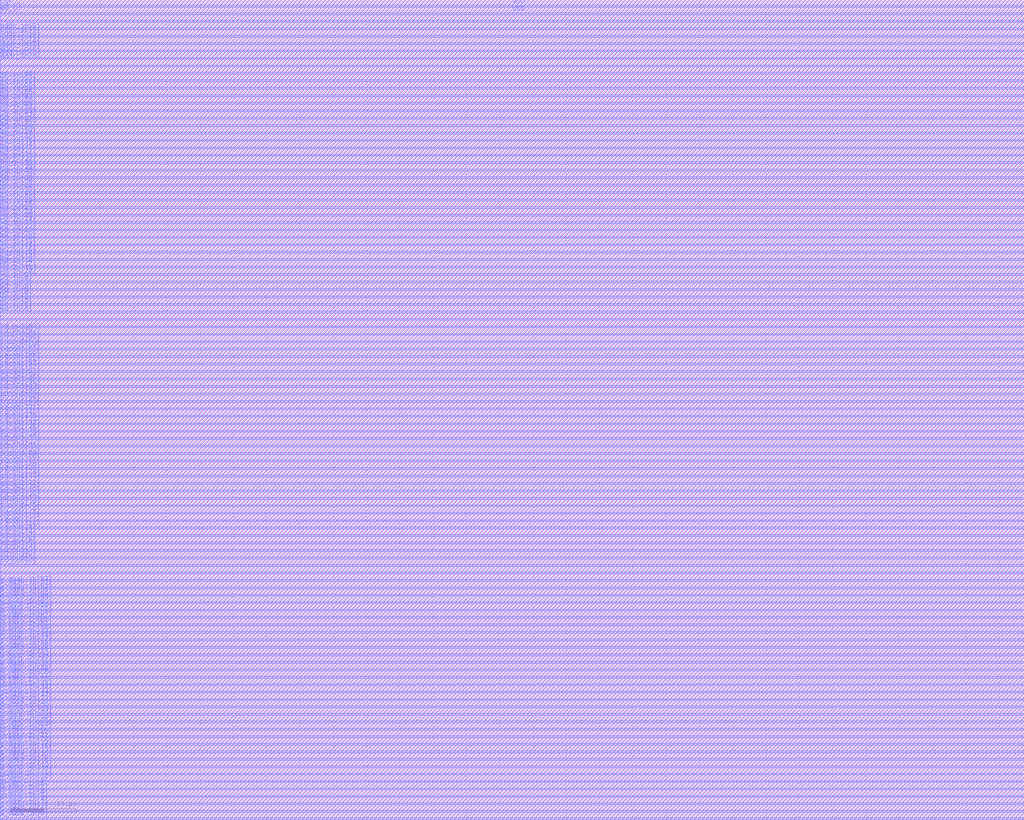
<source format=lef>
# Generated by FakeRAM 2.0
VERSION 5.7 ;
BUSBITCHARS "[]" ;
PROPERTYDEFINITIONS
  MACRO width INTEGER ;
  MACRO depth INTEGER ;
  MACRO banks INTEGER ;
END PROPERTYDEFINITIONS
MACRO fakeram45_512x64
  PROPERTY width 64 ;
  PROPERTY depth 512 ;
  PROPERTY banks 4 ;
  FOREIGN fakeram45_512x64 0 0 ;
  SYMMETRY X Y R90 ;
  SIZE 153.720 BY 123.200 ;
  CLASS BLOCK ;
  PIN w_mask_in[0]
    DIRECTION INPUT ;
    USE SIGNAL ;
    SHAPE ABUTMENT ;
    PORT
      LAYER metal3 ;
      RECT 0.000 0.140 0.070 0.210 ;
    END
  END w_mask_in[0]
  PIN w_mask_in[1]
    DIRECTION INPUT ;
    USE SIGNAL ;
    SHAPE ABUTMENT ;
    PORT
      LAYER metal3 ;
      RECT 0.000 0.700 0.070 0.770 ;
    END
  END w_mask_in[1]
  PIN w_mask_in[2]
    DIRECTION INPUT ;
    USE SIGNAL ;
    SHAPE ABUTMENT ;
    PORT
      LAYER metal3 ;
      RECT 0.000 1.260 0.070 1.330 ;
    END
  END w_mask_in[2]
  PIN w_mask_in[3]
    DIRECTION INPUT ;
    USE SIGNAL ;
    SHAPE ABUTMENT ;
    PORT
      LAYER metal3 ;
      RECT 0.000 1.820 0.070 1.890 ;
    END
  END w_mask_in[3]
  PIN w_mask_in[4]
    DIRECTION INPUT ;
    USE SIGNAL ;
    SHAPE ABUTMENT ;
    PORT
      LAYER metal3 ;
      RECT 0.000 2.380 0.070 2.450 ;
    END
  END w_mask_in[4]
  PIN w_mask_in[5]
    DIRECTION INPUT ;
    USE SIGNAL ;
    SHAPE ABUTMENT ;
    PORT
      LAYER metal3 ;
      RECT 0.000 2.940 0.070 3.010 ;
    END
  END w_mask_in[5]
  PIN w_mask_in[6]
    DIRECTION INPUT ;
    USE SIGNAL ;
    SHAPE ABUTMENT ;
    PORT
      LAYER metal3 ;
      RECT 0.000 3.500 0.070 3.570 ;
    END
  END w_mask_in[6]
  PIN w_mask_in[7]
    DIRECTION INPUT ;
    USE SIGNAL ;
    SHAPE ABUTMENT ;
    PORT
      LAYER metal3 ;
      RECT 0.000 4.060 0.070 4.130 ;
    END
  END w_mask_in[7]
  PIN w_mask_in[8]
    DIRECTION INPUT ;
    USE SIGNAL ;
    SHAPE ABUTMENT ;
    PORT
      LAYER metal3 ;
      RECT 0.000 4.620 0.070 4.690 ;
    END
  END w_mask_in[8]
  PIN w_mask_in[9]
    DIRECTION INPUT ;
    USE SIGNAL ;
    SHAPE ABUTMENT ;
    PORT
      LAYER metal3 ;
      RECT 0.000 5.180 0.070 5.250 ;
    END
  END w_mask_in[9]
  PIN w_mask_in[10]
    DIRECTION INPUT ;
    USE SIGNAL ;
    SHAPE ABUTMENT ;
    PORT
      LAYER metal3 ;
      RECT 0.000 5.740 0.070 5.810 ;
    END
  END w_mask_in[10]
  PIN w_mask_in[11]
    DIRECTION INPUT ;
    USE SIGNAL ;
    SHAPE ABUTMENT ;
    PORT
      LAYER metal3 ;
      RECT 0.000 6.300 0.070 6.370 ;
    END
  END w_mask_in[11]
  PIN w_mask_in[12]
    DIRECTION INPUT ;
    USE SIGNAL ;
    SHAPE ABUTMENT ;
    PORT
      LAYER metal3 ;
      RECT 0.000 6.860 0.070 6.930 ;
    END
  END w_mask_in[12]
  PIN w_mask_in[13]
    DIRECTION INPUT ;
    USE SIGNAL ;
    SHAPE ABUTMENT ;
    PORT
      LAYER metal3 ;
      RECT 0.000 7.420 0.070 7.490 ;
    END
  END w_mask_in[13]
  PIN w_mask_in[14]
    DIRECTION INPUT ;
    USE SIGNAL ;
    SHAPE ABUTMENT ;
    PORT
      LAYER metal3 ;
      RECT 0.000 7.980 0.070 8.050 ;
    END
  END w_mask_in[14]
  PIN w_mask_in[15]
    DIRECTION INPUT ;
    USE SIGNAL ;
    SHAPE ABUTMENT ;
    PORT
      LAYER metal3 ;
      RECT 0.000 8.540 0.070 8.610 ;
    END
  END w_mask_in[15]
  PIN w_mask_in[16]
    DIRECTION INPUT ;
    USE SIGNAL ;
    SHAPE ABUTMENT ;
    PORT
      LAYER metal3 ;
      RECT 0.000 9.100 0.070 9.170 ;
    END
  END w_mask_in[16]
  PIN w_mask_in[17]
    DIRECTION INPUT ;
    USE SIGNAL ;
    SHAPE ABUTMENT ;
    PORT
      LAYER metal3 ;
      RECT 0.000 9.660 0.070 9.730 ;
    END
  END w_mask_in[17]
  PIN w_mask_in[18]
    DIRECTION INPUT ;
    USE SIGNAL ;
    SHAPE ABUTMENT ;
    PORT
      LAYER metal3 ;
      RECT 0.000 10.220 0.070 10.290 ;
    END
  END w_mask_in[18]
  PIN w_mask_in[19]
    DIRECTION INPUT ;
    USE SIGNAL ;
    SHAPE ABUTMENT ;
    PORT
      LAYER metal3 ;
      RECT 0.000 10.780 0.070 10.850 ;
    END
  END w_mask_in[19]
  PIN w_mask_in[20]
    DIRECTION INPUT ;
    USE SIGNAL ;
    SHAPE ABUTMENT ;
    PORT
      LAYER metal3 ;
      RECT 0.000 11.340 0.070 11.410 ;
    END
  END w_mask_in[20]
  PIN w_mask_in[21]
    DIRECTION INPUT ;
    USE SIGNAL ;
    SHAPE ABUTMENT ;
    PORT
      LAYER metal3 ;
      RECT 0.000 11.900 0.070 11.970 ;
    END
  END w_mask_in[21]
  PIN w_mask_in[22]
    DIRECTION INPUT ;
    USE SIGNAL ;
    SHAPE ABUTMENT ;
    PORT
      LAYER metal3 ;
      RECT 0.000 12.460 0.070 12.530 ;
    END
  END w_mask_in[22]
  PIN w_mask_in[23]
    DIRECTION INPUT ;
    USE SIGNAL ;
    SHAPE ABUTMENT ;
    PORT
      LAYER metal3 ;
      RECT 0.000 13.020 0.070 13.090 ;
    END
  END w_mask_in[23]
  PIN w_mask_in[24]
    DIRECTION INPUT ;
    USE SIGNAL ;
    SHAPE ABUTMENT ;
    PORT
      LAYER metal3 ;
      RECT 0.000 13.580 0.070 13.650 ;
    END
  END w_mask_in[24]
  PIN w_mask_in[25]
    DIRECTION INPUT ;
    USE SIGNAL ;
    SHAPE ABUTMENT ;
    PORT
      LAYER metal3 ;
      RECT 0.000 14.140 0.070 14.210 ;
    END
  END w_mask_in[25]
  PIN w_mask_in[26]
    DIRECTION INPUT ;
    USE SIGNAL ;
    SHAPE ABUTMENT ;
    PORT
      LAYER metal3 ;
      RECT 0.000 14.700 0.070 14.770 ;
    END
  END w_mask_in[26]
  PIN w_mask_in[27]
    DIRECTION INPUT ;
    USE SIGNAL ;
    SHAPE ABUTMENT ;
    PORT
      LAYER metal3 ;
      RECT 0.000 15.260 0.070 15.330 ;
    END
  END w_mask_in[27]
  PIN w_mask_in[28]
    DIRECTION INPUT ;
    USE SIGNAL ;
    SHAPE ABUTMENT ;
    PORT
      LAYER metal3 ;
      RECT 0.000 15.820 0.070 15.890 ;
    END
  END w_mask_in[28]
  PIN w_mask_in[29]
    DIRECTION INPUT ;
    USE SIGNAL ;
    SHAPE ABUTMENT ;
    PORT
      LAYER metal3 ;
      RECT 0.000 16.380 0.070 16.450 ;
    END
  END w_mask_in[29]
  PIN w_mask_in[30]
    DIRECTION INPUT ;
    USE SIGNAL ;
    SHAPE ABUTMENT ;
    PORT
      LAYER metal3 ;
      RECT 0.000 16.940 0.070 17.010 ;
    END
  END w_mask_in[30]
  PIN w_mask_in[31]
    DIRECTION INPUT ;
    USE SIGNAL ;
    SHAPE ABUTMENT ;
    PORT
      LAYER metal3 ;
      RECT 0.000 17.500 0.070 17.570 ;
    END
  END w_mask_in[31]
  PIN w_mask_in[32]
    DIRECTION INPUT ;
    USE SIGNAL ;
    SHAPE ABUTMENT ;
    PORT
      LAYER metal3 ;
      RECT 0.000 18.060 0.070 18.130 ;
    END
  END w_mask_in[32]
  PIN w_mask_in[33]
    DIRECTION INPUT ;
    USE SIGNAL ;
    SHAPE ABUTMENT ;
    PORT
      LAYER metal3 ;
      RECT 0.000 18.620 0.070 18.690 ;
    END
  END w_mask_in[33]
  PIN w_mask_in[34]
    DIRECTION INPUT ;
    USE SIGNAL ;
    SHAPE ABUTMENT ;
    PORT
      LAYER metal3 ;
      RECT 0.000 19.180 0.070 19.250 ;
    END
  END w_mask_in[34]
  PIN w_mask_in[35]
    DIRECTION INPUT ;
    USE SIGNAL ;
    SHAPE ABUTMENT ;
    PORT
      LAYER metal3 ;
      RECT 0.000 19.740 0.070 19.810 ;
    END
  END w_mask_in[35]
  PIN w_mask_in[36]
    DIRECTION INPUT ;
    USE SIGNAL ;
    SHAPE ABUTMENT ;
    PORT
      LAYER metal3 ;
      RECT 0.000 20.300 0.070 20.370 ;
    END
  END w_mask_in[36]
  PIN w_mask_in[37]
    DIRECTION INPUT ;
    USE SIGNAL ;
    SHAPE ABUTMENT ;
    PORT
      LAYER metal3 ;
      RECT 0.000 20.860 0.070 20.930 ;
    END
  END w_mask_in[37]
  PIN w_mask_in[38]
    DIRECTION INPUT ;
    USE SIGNAL ;
    SHAPE ABUTMENT ;
    PORT
      LAYER metal3 ;
      RECT 0.000 21.420 0.070 21.490 ;
    END
  END w_mask_in[38]
  PIN w_mask_in[39]
    DIRECTION INPUT ;
    USE SIGNAL ;
    SHAPE ABUTMENT ;
    PORT
      LAYER metal3 ;
      RECT 0.000 21.980 0.070 22.050 ;
    END
  END w_mask_in[39]
  PIN w_mask_in[40]
    DIRECTION INPUT ;
    USE SIGNAL ;
    SHAPE ABUTMENT ;
    PORT
      LAYER metal3 ;
      RECT 0.000 22.540 0.070 22.610 ;
    END
  END w_mask_in[40]
  PIN w_mask_in[41]
    DIRECTION INPUT ;
    USE SIGNAL ;
    SHAPE ABUTMENT ;
    PORT
      LAYER metal3 ;
      RECT 0.000 23.100 0.070 23.170 ;
    END
  END w_mask_in[41]
  PIN w_mask_in[42]
    DIRECTION INPUT ;
    USE SIGNAL ;
    SHAPE ABUTMENT ;
    PORT
      LAYER metal3 ;
      RECT 0.000 23.660 0.070 23.730 ;
    END
  END w_mask_in[42]
  PIN w_mask_in[43]
    DIRECTION INPUT ;
    USE SIGNAL ;
    SHAPE ABUTMENT ;
    PORT
      LAYER metal3 ;
      RECT 0.000 24.220 0.070 24.290 ;
    END
  END w_mask_in[43]
  PIN w_mask_in[44]
    DIRECTION INPUT ;
    USE SIGNAL ;
    SHAPE ABUTMENT ;
    PORT
      LAYER metal3 ;
      RECT 0.000 24.780 0.070 24.850 ;
    END
  END w_mask_in[44]
  PIN w_mask_in[45]
    DIRECTION INPUT ;
    USE SIGNAL ;
    SHAPE ABUTMENT ;
    PORT
      LAYER metal3 ;
      RECT 0.000 25.340 0.070 25.410 ;
    END
  END w_mask_in[45]
  PIN w_mask_in[46]
    DIRECTION INPUT ;
    USE SIGNAL ;
    SHAPE ABUTMENT ;
    PORT
      LAYER metal3 ;
      RECT 0.000 25.900 0.070 25.970 ;
    END
  END w_mask_in[46]
  PIN w_mask_in[47]
    DIRECTION INPUT ;
    USE SIGNAL ;
    SHAPE ABUTMENT ;
    PORT
      LAYER metal3 ;
      RECT 0.000 26.460 0.070 26.530 ;
    END
  END w_mask_in[47]
  PIN w_mask_in[48]
    DIRECTION INPUT ;
    USE SIGNAL ;
    SHAPE ABUTMENT ;
    PORT
      LAYER metal3 ;
      RECT 0.000 27.020 0.070 27.090 ;
    END
  END w_mask_in[48]
  PIN w_mask_in[49]
    DIRECTION INPUT ;
    USE SIGNAL ;
    SHAPE ABUTMENT ;
    PORT
      LAYER metal3 ;
      RECT 0.000 27.580 0.070 27.650 ;
    END
  END w_mask_in[49]
  PIN w_mask_in[50]
    DIRECTION INPUT ;
    USE SIGNAL ;
    SHAPE ABUTMENT ;
    PORT
      LAYER metal3 ;
      RECT 0.000 28.140 0.070 28.210 ;
    END
  END w_mask_in[50]
  PIN w_mask_in[51]
    DIRECTION INPUT ;
    USE SIGNAL ;
    SHAPE ABUTMENT ;
    PORT
      LAYER metal3 ;
      RECT 0.000 28.700 0.070 28.770 ;
    END
  END w_mask_in[51]
  PIN w_mask_in[52]
    DIRECTION INPUT ;
    USE SIGNAL ;
    SHAPE ABUTMENT ;
    PORT
      LAYER metal3 ;
      RECT 0.000 29.260 0.070 29.330 ;
    END
  END w_mask_in[52]
  PIN w_mask_in[53]
    DIRECTION INPUT ;
    USE SIGNAL ;
    SHAPE ABUTMENT ;
    PORT
      LAYER metal3 ;
      RECT 0.000 29.820 0.070 29.890 ;
    END
  END w_mask_in[53]
  PIN w_mask_in[54]
    DIRECTION INPUT ;
    USE SIGNAL ;
    SHAPE ABUTMENT ;
    PORT
      LAYER metal3 ;
      RECT 0.000 30.380 0.070 30.450 ;
    END
  END w_mask_in[54]
  PIN w_mask_in[55]
    DIRECTION INPUT ;
    USE SIGNAL ;
    SHAPE ABUTMENT ;
    PORT
      LAYER metal3 ;
      RECT 0.000 30.940 0.070 31.010 ;
    END
  END w_mask_in[55]
  PIN w_mask_in[56]
    DIRECTION INPUT ;
    USE SIGNAL ;
    SHAPE ABUTMENT ;
    PORT
      LAYER metal3 ;
      RECT 0.000 31.500 0.070 31.570 ;
    END
  END w_mask_in[56]
  PIN w_mask_in[57]
    DIRECTION INPUT ;
    USE SIGNAL ;
    SHAPE ABUTMENT ;
    PORT
      LAYER metal3 ;
      RECT 0.000 32.060 0.070 32.130 ;
    END
  END w_mask_in[57]
  PIN w_mask_in[58]
    DIRECTION INPUT ;
    USE SIGNAL ;
    SHAPE ABUTMENT ;
    PORT
      LAYER metal3 ;
      RECT 0.000 32.620 0.070 32.690 ;
    END
  END w_mask_in[58]
  PIN w_mask_in[59]
    DIRECTION INPUT ;
    USE SIGNAL ;
    SHAPE ABUTMENT ;
    PORT
      LAYER metal3 ;
      RECT 0.000 33.180 0.070 33.250 ;
    END
  END w_mask_in[59]
  PIN w_mask_in[60]
    DIRECTION INPUT ;
    USE SIGNAL ;
    SHAPE ABUTMENT ;
    PORT
      LAYER metal3 ;
      RECT 0.000 33.740 0.070 33.810 ;
    END
  END w_mask_in[60]
  PIN w_mask_in[61]
    DIRECTION INPUT ;
    USE SIGNAL ;
    SHAPE ABUTMENT ;
    PORT
      LAYER metal3 ;
      RECT 0.000 34.300 0.070 34.370 ;
    END
  END w_mask_in[61]
  PIN w_mask_in[62]
    DIRECTION INPUT ;
    USE SIGNAL ;
    SHAPE ABUTMENT ;
    PORT
      LAYER metal3 ;
      RECT 0.000 34.860 0.070 34.930 ;
    END
  END w_mask_in[62]
  PIN w_mask_in[63]
    DIRECTION INPUT ;
    USE SIGNAL ;
    SHAPE ABUTMENT ;
    PORT
      LAYER metal3 ;
      RECT 0.000 35.420 0.070 35.490 ;
    END
  END w_mask_in[63]
  PIN rd_out[0]
    DIRECTION OUTPUT ;
    USE SIGNAL ;
    SHAPE ABUTMENT ;
    PORT
      LAYER metal3 ;
      RECT 0.000 38.080 0.070 38.150 ;
    END
  END rd_out[0]
  PIN rd_out[1]
    DIRECTION OUTPUT ;
    USE SIGNAL ;
    SHAPE ABUTMENT ;
    PORT
      LAYER metal3 ;
      RECT 0.000 38.640 0.070 38.710 ;
    END
  END rd_out[1]
  PIN rd_out[2]
    DIRECTION OUTPUT ;
    USE SIGNAL ;
    SHAPE ABUTMENT ;
    PORT
      LAYER metal3 ;
      RECT 0.000 39.200 0.070 39.270 ;
    END
  END rd_out[2]
  PIN rd_out[3]
    DIRECTION OUTPUT ;
    USE SIGNAL ;
    SHAPE ABUTMENT ;
    PORT
      LAYER metal3 ;
      RECT 0.000 39.760 0.070 39.830 ;
    END
  END rd_out[3]
  PIN rd_out[4]
    DIRECTION OUTPUT ;
    USE SIGNAL ;
    SHAPE ABUTMENT ;
    PORT
      LAYER metal3 ;
      RECT 0.000 40.320 0.070 40.390 ;
    END
  END rd_out[4]
  PIN rd_out[5]
    DIRECTION OUTPUT ;
    USE SIGNAL ;
    SHAPE ABUTMENT ;
    PORT
      LAYER metal3 ;
      RECT 0.000 40.880 0.070 40.950 ;
    END
  END rd_out[5]
  PIN rd_out[6]
    DIRECTION OUTPUT ;
    USE SIGNAL ;
    SHAPE ABUTMENT ;
    PORT
      LAYER metal3 ;
      RECT 0.000 41.440 0.070 41.510 ;
    END
  END rd_out[6]
  PIN rd_out[7]
    DIRECTION OUTPUT ;
    USE SIGNAL ;
    SHAPE ABUTMENT ;
    PORT
      LAYER metal3 ;
      RECT 0.000 42.000 0.070 42.070 ;
    END
  END rd_out[7]
  PIN rd_out[8]
    DIRECTION OUTPUT ;
    USE SIGNAL ;
    SHAPE ABUTMENT ;
    PORT
      LAYER metal3 ;
      RECT 0.000 42.560 0.070 42.630 ;
    END
  END rd_out[8]
  PIN rd_out[9]
    DIRECTION OUTPUT ;
    USE SIGNAL ;
    SHAPE ABUTMENT ;
    PORT
      LAYER metal3 ;
      RECT 0.000 43.120 0.070 43.190 ;
    END
  END rd_out[9]
  PIN rd_out[10]
    DIRECTION OUTPUT ;
    USE SIGNAL ;
    SHAPE ABUTMENT ;
    PORT
      LAYER metal3 ;
      RECT 0.000 43.680 0.070 43.750 ;
    END
  END rd_out[10]
  PIN rd_out[11]
    DIRECTION OUTPUT ;
    USE SIGNAL ;
    SHAPE ABUTMENT ;
    PORT
      LAYER metal3 ;
      RECT 0.000 44.240 0.070 44.310 ;
    END
  END rd_out[11]
  PIN rd_out[12]
    DIRECTION OUTPUT ;
    USE SIGNAL ;
    SHAPE ABUTMENT ;
    PORT
      LAYER metal3 ;
      RECT 0.000 44.800 0.070 44.870 ;
    END
  END rd_out[12]
  PIN rd_out[13]
    DIRECTION OUTPUT ;
    USE SIGNAL ;
    SHAPE ABUTMENT ;
    PORT
      LAYER metal3 ;
      RECT 0.000 45.360 0.070 45.430 ;
    END
  END rd_out[13]
  PIN rd_out[14]
    DIRECTION OUTPUT ;
    USE SIGNAL ;
    SHAPE ABUTMENT ;
    PORT
      LAYER metal3 ;
      RECT 0.000 45.920 0.070 45.990 ;
    END
  END rd_out[14]
  PIN rd_out[15]
    DIRECTION OUTPUT ;
    USE SIGNAL ;
    SHAPE ABUTMENT ;
    PORT
      LAYER metal3 ;
      RECT 0.000 46.480 0.070 46.550 ;
    END
  END rd_out[15]
  PIN rd_out[16]
    DIRECTION OUTPUT ;
    USE SIGNAL ;
    SHAPE ABUTMENT ;
    PORT
      LAYER metal3 ;
      RECT 0.000 47.040 0.070 47.110 ;
    END
  END rd_out[16]
  PIN rd_out[17]
    DIRECTION OUTPUT ;
    USE SIGNAL ;
    SHAPE ABUTMENT ;
    PORT
      LAYER metal3 ;
      RECT 0.000 47.600 0.070 47.670 ;
    END
  END rd_out[17]
  PIN rd_out[18]
    DIRECTION OUTPUT ;
    USE SIGNAL ;
    SHAPE ABUTMENT ;
    PORT
      LAYER metal3 ;
      RECT 0.000 48.160 0.070 48.230 ;
    END
  END rd_out[18]
  PIN rd_out[19]
    DIRECTION OUTPUT ;
    USE SIGNAL ;
    SHAPE ABUTMENT ;
    PORT
      LAYER metal3 ;
      RECT 0.000 48.720 0.070 48.790 ;
    END
  END rd_out[19]
  PIN rd_out[20]
    DIRECTION OUTPUT ;
    USE SIGNAL ;
    SHAPE ABUTMENT ;
    PORT
      LAYER metal3 ;
      RECT 0.000 49.280 0.070 49.350 ;
    END
  END rd_out[20]
  PIN rd_out[21]
    DIRECTION OUTPUT ;
    USE SIGNAL ;
    SHAPE ABUTMENT ;
    PORT
      LAYER metal3 ;
      RECT 0.000 49.840 0.070 49.910 ;
    END
  END rd_out[21]
  PIN rd_out[22]
    DIRECTION OUTPUT ;
    USE SIGNAL ;
    SHAPE ABUTMENT ;
    PORT
      LAYER metal3 ;
      RECT 0.000 50.400 0.070 50.470 ;
    END
  END rd_out[22]
  PIN rd_out[23]
    DIRECTION OUTPUT ;
    USE SIGNAL ;
    SHAPE ABUTMENT ;
    PORT
      LAYER metal3 ;
      RECT 0.000 50.960 0.070 51.030 ;
    END
  END rd_out[23]
  PIN rd_out[24]
    DIRECTION OUTPUT ;
    USE SIGNAL ;
    SHAPE ABUTMENT ;
    PORT
      LAYER metal3 ;
      RECT 0.000 51.520 0.070 51.590 ;
    END
  END rd_out[24]
  PIN rd_out[25]
    DIRECTION OUTPUT ;
    USE SIGNAL ;
    SHAPE ABUTMENT ;
    PORT
      LAYER metal3 ;
      RECT 0.000 52.080 0.070 52.150 ;
    END
  END rd_out[25]
  PIN rd_out[26]
    DIRECTION OUTPUT ;
    USE SIGNAL ;
    SHAPE ABUTMENT ;
    PORT
      LAYER metal3 ;
      RECT 0.000 52.640 0.070 52.710 ;
    END
  END rd_out[26]
  PIN rd_out[27]
    DIRECTION OUTPUT ;
    USE SIGNAL ;
    SHAPE ABUTMENT ;
    PORT
      LAYER metal3 ;
      RECT 0.000 53.200 0.070 53.270 ;
    END
  END rd_out[27]
  PIN rd_out[28]
    DIRECTION OUTPUT ;
    USE SIGNAL ;
    SHAPE ABUTMENT ;
    PORT
      LAYER metal3 ;
      RECT 0.000 53.760 0.070 53.830 ;
    END
  END rd_out[28]
  PIN rd_out[29]
    DIRECTION OUTPUT ;
    USE SIGNAL ;
    SHAPE ABUTMENT ;
    PORT
      LAYER metal3 ;
      RECT 0.000 54.320 0.070 54.390 ;
    END
  END rd_out[29]
  PIN rd_out[30]
    DIRECTION OUTPUT ;
    USE SIGNAL ;
    SHAPE ABUTMENT ;
    PORT
      LAYER metal3 ;
      RECT 0.000 54.880 0.070 54.950 ;
    END
  END rd_out[30]
  PIN rd_out[31]
    DIRECTION OUTPUT ;
    USE SIGNAL ;
    SHAPE ABUTMENT ;
    PORT
      LAYER metal3 ;
      RECT 0.000 55.440 0.070 55.510 ;
    END
  END rd_out[31]
  PIN rd_out[32]
    DIRECTION OUTPUT ;
    USE SIGNAL ;
    SHAPE ABUTMENT ;
    PORT
      LAYER metal3 ;
      RECT 0.000 56.000 0.070 56.070 ;
    END
  END rd_out[32]
  PIN rd_out[33]
    DIRECTION OUTPUT ;
    USE SIGNAL ;
    SHAPE ABUTMENT ;
    PORT
      LAYER metal3 ;
      RECT 0.000 56.560 0.070 56.630 ;
    END
  END rd_out[33]
  PIN rd_out[34]
    DIRECTION OUTPUT ;
    USE SIGNAL ;
    SHAPE ABUTMENT ;
    PORT
      LAYER metal3 ;
      RECT 0.000 57.120 0.070 57.190 ;
    END
  END rd_out[34]
  PIN rd_out[35]
    DIRECTION OUTPUT ;
    USE SIGNAL ;
    SHAPE ABUTMENT ;
    PORT
      LAYER metal3 ;
      RECT 0.000 57.680 0.070 57.750 ;
    END
  END rd_out[35]
  PIN rd_out[36]
    DIRECTION OUTPUT ;
    USE SIGNAL ;
    SHAPE ABUTMENT ;
    PORT
      LAYER metal3 ;
      RECT 0.000 58.240 0.070 58.310 ;
    END
  END rd_out[36]
  PIN rd_out[37]
    DIRECTION OUTPUT ;
    USE SIGNAL ;
    SHAPE ABUTMENT ;
    PORT
      LAYER metal3 ;
      RECT 0.000 58.800 0.070 58.870 ;
    END
  END rd_out[37]
  PIN rd_out[38]
    DIRECTION OUTPUT ;
    USE SIGNAL ;
    SHAPE ABUTMENT ;
    PORT
      LAYER metal3 ;
      RECT 0.000 59.360 0.070 59.430 ;
    END
  END rd_out[38]
  PIN rd_out[39]
    DIRECTION OUTPUT ;
    USE SIGNAL ;
    SHAPE ABUTMENT ;
    PORT
      LAYER metal3 ;
      RECT 0.000 59.920 0.070 59.990 ;
    END
  END rd_out[39]
  PIN rd_out[40]
    DIRECTION OUTPUT ;
    USE SIGNAL ;
    SHAPE ABUTMENT ;
    PORT
      LAYER metal3 ;
      RECT 0.000 60.480 0.070 60.550 ;
    END
  END rd_out[40]
  PIN rd_out[41]
    DIRECTION OUTPUT ;
    USE SIGNAL ;
    SHAPE ABUTMENT ;
    PORT
      LAYER metal3 ;
      RECT 0.000 61.040 0.070 61.110 ;
    END
  END rd_out[41]
  PIN rd_out[42]
    DIRECTION OUTPUT ;
    USE SIGNAL ;
    SHAPE ABUTMENT ;
    PORT
      LAYER metal3 ;
      RECT 0.000 61.600 0.070 61.670 ;
    END
  END rd_out[42]
  PIN rd_out[43]
    DIRECTION OUTPUT ;
    USE SIGNAL ;
    SHAPE ABUTMENT ;
    PORT
      LAYER metal3 ;
      RECT 0.000 62.160 0.070 62.230 ;
    END
  END rd_out[43]
  PIN rd_out[44]
    DIRECTION OUTPUT ;
    USE SIGNAL ;
    SHAPE ABUTMENT ;
    PORT
      LAYER metal3 ;
      RECT 0.000 62.720 0.070 62.790 ;
    END
  END rd_out[44]
  PIN rd_out[45]
    DIRECTION OUTPUT ;
    USE SIGNAL ;
    SHAPE ABUTMENT ;
    PORT
      LAYER metal3 ;
      RECT 0.000 63.280 0.070 63.350 ;
    END
  END rd_out[45]
  PIN rd_out[46]
    DIRECTION OUTPUT ;
    USE SIGNAL ;
    SHAPE ABUTMENT ;
    PORT
      LAYER metal3 ;
      RECT 0.000 63.840 0.070 63.910 ;
    END
  END rd_out[46]
  PIN rd_out[47]
    DIRECTION OUTPUT ;
    USE SIGNAL ;
    SHAPE ABUTMENT ;
    PORT
      LAYER metal3 ;
      RECT 0.000 64.400 0.070 64.470 ;
    END
  END rd_out[47]
  PIN rd_out[48]
    DIRECTION OUTPUT ;
    USE SIGNAL ;
    SHAPE ABUTMENT ;
    PORT
      LAYER metal3 ;
      RECT 0.000 64.960 0.070 65.030 ;
    END
  END rd_out[48]
  PIN rd_out[49]
    DIRECTION OUTPUT ;
    USE SIGNAL ;
    SHAPE ABUTMENT ;
    PORT
      LAYER metal3 ;
      RECT 0.000 65.520 0.070 65.590 ;
    END
  END rd_out[49]
  PIN rd_out[50]
    DIRECTION OUTPUT ;
    USE SIGNAL ;
    SHAPE ABUTMENT ;
    PORT
      LAYER metal3 ;
      RECT 0.000 66.080 0.070 66.150 ;
    END
  END rd_out[50]
  PIN rd_out[51]
    DIRECTION OUTPUT ;
    USE SIGNAL ;
    SHAPE ABUTMENT ;
    PORT
      LAYER metal3 ;
      RECT 0.000 66.640 0.070 66.710 ;
    END
  END rd_out[51]
  PIN rd_out[52]
    DIRECTION OUTPUT ;
    USE SIGNAL ;
    SHAPE ABUTMENT ;
    PORT
      LAYER metal3 ;
      RECT 0.000 67.200 0.070 67.270 ;
    END
  END rd_out[52]
  PIN rd_out[53]
    DIRECTION OUTPUT ;
    USE SIGNAL ;
    SHAPE ABUTMENT ;
    PORT
      LAYER metal3 ;
      RECT 0.000 67.760 0.070 67.830 ;
    END
  END rd_out[53]
  PIN rd_out[54]
    DIRECTION OUTPUT ;
    USE SIGNAL ;
    SHAPE ABUTMENT ;
    PORT
      LAYER metal3 ;
      RECT 0.000 68.320 0.070 68.390 ;
    END
  END rd_out[54]
  PIN rd_out[55]
    DIRECTION OUTPUT ;
    USE SIGNAL ;
    SHAPE ABUTMENT ;
    PORT
      LAYER metal3 ;
      RECT 0.000 68.880 0.070 68.950 ;
    END
  END rd_out[55]
  PIN rd_out[56]
    DIRECTION OUTPUT ;
    USE SIGNAL ;
    SHAPE ABUTMENT ;
    PORT
      LAYER metal3 ;
      RECT 0.000 69.440 0.070 69.510 ;
    END
  END rd_out[56]
  PIN rd_out[57]
    DIRECTION OUTPUT ;
    USE SIGNAL ;
    SHAPE ABUTMENT ;
    PORT
      LAYER metal3 ;
      RECT 0.000 70.000 0.070 70.070 ;
    END
  END rd_out[57]
  PIN rd_out[58]
    DIRECTION OUTPUT ;
    USE SIGNAL ;
    SHAPE ABUTMENT ;
    PORT
      LAYER metal3 ;
      RECT 0.000 70.560 0.070 70.630 ;
    END
  END rd_out[58]
  PIN rd_out[59]
    DIRECTION OUTPUT ;
    USE SIGNAL ;
    SHAPE ABUTMENT ;
    PORT
      LAYER metal3 ;
      RECT 0.000 71.120 0.070 71.190 ;
    END
  END rd_out[59]
  PIN rd_out[60]
    DIRECTION OUTPUT ;
    USE SIGNAL ;
    SHAPE ABUTMENT ;
    PORT
      LAYER metal3 ;
      RECT 0.000 71.680 0.070 71.750 ;
    END
  END rd_out[60]
  PIN rd_out[61]
    DIRECTION OUTPUT ;
    USE SIGNAL ;
    SHAPE ABUTMENT ;
    PORT
      LAYER metal3 ;
      RECT 0.000 72.240 0.070 72.310 ;
    END
  END rd_out[61]
  PIN rd_out[62]
    DIRECTION OUTPUT ;
    USE SIGNAL ;
    SHAPE ABUTMENT ;
    PORT
      LAYER metal3 ;
      RECT 0.000 72.800 0.070 72.870 ;
    END
  END rd_out[62]
  PIN rd_out[63]
    DIRECTION OUTPUT ;
    USE SIGNAL ;
    SHAPE ABUTMENT ;
    PORT
      LAYER metal3 ;
      RECT 0.000 73.360 0.070 73.430 ;
    END
  END rd_out[63]
  PIN wd_in[0]
    DIRECTION INPUT ;
    USE SIGNAL ;
    SHAPE ABUTMENT ;
    PORT
      LAYER metal3 ;
      RECT 0.000 76.020 0.070 76.090 ;
    END
  END wd_in[0]
  PIN wd_in[1]
    DIRECTION INPUT ;
    USE SIGNAL ;
    SHAPE ABUTMENT ;
    PORT
      LAYER metal3 ;
      RECT 0.000 76.580 0.070 76.650 ;
    END
  END wd_in[1]
  PIN wd_in[2]
    DIRECTION INPUT ;
    USE SIGNAL ;
    SHAPE ABUTMENT ;
    PORT
      LAYER metal3 ;
      RECT 0.000 77.140 0.070 77.210 ;
    END
  END wd_in[2]
  PIN wd_in[3]
    DIRECTION INPUT ;
    USE SIGNAL ;
    SHAPE ABUTMENT ;
    PORT
      LAYER metal3 ;
      RECT 0.000 77.700 0.070 77.770 ;
    END
  END wd_in[3]
  PIN wd_in[4]
    DIRECTION INPUT ;
    USE SIGNAL ;
    SHAPE ABUTMENT ;
    PORT
      LAYER metal3 ;
      RECT 0.000 78.260 0.070 78.330 ;
    END
  END wd_in[4]
  PIN wd_in[5]
    DIRECTION INPUT ;
    USE SIGNAL ;
    SHAPE ABUTMENT ;
    PORT
      LAYER metal3 ;
      RECT 0.000 78.820 0.070 78.890 ;
    END
  END wd_in[5]
  PIN wd_in[6]
    DIRECTION INPUT ;
    USE SIGNAL ;
    SHAPE ABUTMENT ;
    PORT
      LAYER metal3 ;
      RECT 0.000 79.380 0.070 79.450 ;
    END
  END wd_in[6]
  PIN wd_in[7]
    DIRECTION INPUT ;
    USE SIGNAL ;
    SHAPE ABUTMENT ;
    PORT
      LAYER metal3 ;
      RECT 0.000 79.940 0.070 80.010 ;
    END
  END wd_in[7]
  PIN wd_in[8]
    DIRECTION INPUT ;
    USE SIGNAL ;
    SHAPE ABUTMENT ;
    PORT
      LAYER metal3 ;
      RECT 0.000 80.500 0.070 80.570 ;
    END
  END wd_in[8]
  PIN wd_in[9]
    DIRECTION INPUT ;
    USE SIGNAL ;
    SHAPE ABUTMENT ;
    PORT
      LAYER metal3 ;
      RECT 0.000 81.060 0.070 81.130 ;
    END
  END wd_in[9]
  PIN wd_in[10]
    DIRECTION INPUT ;
    USE SIGNAL ;
    SHAPE ABUTMENT ;
    PORT
      LAYER metal3 ;
      RECT 0.000 81.620 0.070 81.690 ;
    END
  END wd_in[10]
  PIN wd_in[11]
    DIRECTION INPUT ;
    USE SIGNAL ;
    SHAPE ABUTMENT ;
    PORT
      LAYER metal3 ;
      RECT 0.000 82.180 0.070 82.250 ;
    END
  END wd_in[11]
  PIN wd_in[12]
    DIRECTION INPUT ;
    USE SIGNAL ;
    SHAPE ABUTMENT ;
    PORT
      LAYER metal3 ;
      RECT 0.000 82.740 0.070 82.810 ;
    END
  END wd_in[12]
  PIN wd_in[13]
    DIRECTION INPUT ;
    USE SIGNAL ;
    SHAPE ABUTMENT ;
    PORT
      LAYER metal3 ;
      RECT 0.000 83.300 0.070 83.370 ;
    END
  END wd_in[13]
  PIN wd_in[14]
    DIRECTION INPUT ;
    USE SIGNAL ;
    SHAPE ABUTMENT ;
    PORT
      LAYER metal3 ;
      RECT 0.000 83.860 0.070 83.930 ;
    END
  END wd_in[14]
  PIN wd_in[15]
    DIRECTION INPUT ;
    USE SIGNAL ;
    SHAPE ABUTMENT ;
    PORT
      LAYER metal3 ;
      RECT 0.000 84.420 0.070 84.490 ;
    END
  END wd_in[15]
  PIN wd_in[16]
    DIRECTION INPUT ;
    USE SIGNAL ;
    SHAPE ABUTMENT ;
    PORT
      LAYER metal3 ;
      RECT 0.000 84.980 0.070 85.050 ;
    END
  END wd_in[16]
  PIN wd_in[17]
    DIRECTION INPUT ;
    USE SIGNAL ;
    SHAPE ABUTMENT ;
    PORT
      LAYER metal3 ;
      RECT 0.000 85.540 0.070 85.610 ;
    END
  END wd_in[17]
  PIN wd_in[18]
    DIRECTION INPUT ;
    USE SIGNAL ;
    SHAPE ABUTMENT ;
    PORT
      LAYER metal3 ;
      RECT 0.000 86.100 0.070 86.170 ;
    END
  END wd_in[18]
  PIN wd_in[19]
    DIRECTION INPUT ;
    USE SIGNAL ;
    SHAPE ABUTMENT ;
    PORT
      LAYER metal3 ;
      RECT 0.000 86.660 0.070 86.730 ;
    END
  END wd_in[19]
  PIN wd_in[20]
    DIRECTION INPUT ;
    USE SIGNAL ;
    SHAPE ABUTMENT ;
    PORT
      LAYER metal3 ;
      RECT 0.000 87.220 0.070 87.290 ;
    END
  END wd_in[20]
  PIN wd_in[21]
    DIRECTION INPUT ;
    USE SIGNAL ;
    SHAPE ABUTMENT ;
    PORT
      LAYER metal3 ;
      RECT 0.000 87.780 0.070 87.850 ;
    END
  END wd_in[21]
  PIN wd_in[22]
    DIRECTION INPUT ;
    USE SIGNAL ;
    SHAPE ABUTMENT ;
    PORT
      LAYER metal3 ;
      RECT 0.000 88.340 0.070 88.410 ;
    END
  END wd_in[22]
  PIN wd_in[23]
    DIRECTION INPUT ;
    USE SIGNAL ;
    SHAPE ABUTMENT ;
    PORT
      LAYER metal3 ;
      RECT 0.000 88.900 0.070 88.970 ;
    END
  END wd_in[23]
  PIN wd_in[24]
    DIRECTION INPUT ;
    USE SIGNAL ;
    SHAPE ABUTMENT ;
    PORT
      LAYER metal3 ;
      RECT 0.000 89.460 0.070 89.530 ;
    END
  END wd_in[24]
  PIN wd_in[25]
    DIRECTION INPUT ;
    USE SIGNAL ;
    SHAPE ABUTMENT ;
    PORT
      LAYER metal3 ;
      RECT 0.000 90.020 0.070 90.090 ;
    END
  END wd_in[25]
  PIN wd_in[26]
    DIRECTION INPUT ;
    USE SIGNAL ;
    SHAPE ABUTMENT ;
    PORT
      LAYER metal3 ;
      RECT 0.000 90.580 0.070 90.650 ;
    END
  END wd_in[26]
  PIN wd_in[27]
    DIRECTION INPUT ;
    USE SIGNAL ;
    SHAPE ABUTMENT ;
    PORT
      LAYER metal3 ;
      RECT 0.000 91.140 0.070 91.210 ;
    END
  END wd_in[27]
  PIN wd_in[28]
    DIRECTION INPUT ;
    USE SIGNAL ;
    SHAPE ABUTMENT ;
    PORT
      LAYER metal3 ;
      RECT 0.000 91.700 0.070 91.770 ;
    END
  END wd_in[28]
  PIN wd_in[29]
    DIRECTION INPUT ;
    USE SIGNAL ;
    SHAPE ABUTMENT ;
    PORT
      LAYER metal3 ;
      RECT 0.000 92.260 0.070 92.330 ;
    END
  END wd_in[29]
  PIN wd_in[30]
    DIRECTION INPUT ;
    USE SIGNAL ;
    SHAPE ABUTMENT ;
    PORT
      LAYER metal3 ;
      RECT 0.000 92.820 0.070 92.890 ;
    END
  END wd_in[30]
  PIN wd_in[31]
    DIRECTION INPUT ;
    USE SIGNAL ;
    SHAPE ABUTMENT ;
    PORT
      LAYER metal3 ;
      RECT 0.000 93.380 0.070 93.450 ;
    END
  END wd_in[31]
  PIN wd_in[32]
    DIRECTION INPUT ;
    USE SIGNAL ;
    SHAPE ABUTMENT ;
    PORT
      LAYER metal3 ;
      RECT 0.000 93.940 0.070 94.010 ;
    END
  END wd_in[32]
  PIN wd_in[33]
    DIRECTION INPUT ;
    USE SIGNAL ;
    SHAPE ABUTMENT ;
    PORT
      LAYER metal3 ;
      RECT 0.000 94.500 0.070 94.570 ;
    END
  END wd_in[33]
  PIN wd_in[34]
    DIRECTION INPUT ;
    USE SIGNAL ;
    SHAPE ABUTMENT ;
    PORT
      LAYER metal3 ;
      RECT 0.000 95.060 0.070 95.130 ;
    END
  END wd_in[34]
  PIN wd_in[35]
    DIRECTION INPUT ;
    USE SIGNAL ;
    SHAPE ABUTMENT ;
    PORT
      LAYER metal3 ;
      RECT 0.000 95.620 0.070 95.690 ;
    END
  END wd_in[35]
  PIN wd_in[36]
    DIRECTION INPUT ;
    USE SIGNAL ;
    SHAPE ABUTMENT ;
    PORT
      LAYER metal3 ;
      RECT 0.000 96.180 0.070 96.250 ;
    END
  END wd_in[36]
  PIN wd_in[37]
    DIRECTION INPUT ;
    USE SIGNAL ;
    SHAPE ABUTMENT ;
    PORT
      LAYER metal3 ;
      RECT 0.000 96.740 0.070 96.810 ;
    END
  END wd_in[37]
  PIN wd_in[38]
    DIRECTION INPUT ;
    USE SIGNAL ;
    SHAPE ABUTMENT ;
    PORT
      LAYER metal3 ;
      RECT 0.000 97.300 0.070 97.370 ;
    END
  END wd_in[38]
  PIN wd_in[39]
    DIRECTION INPUT ;
    USE SIGNAL ;
    SHAPE ABUTMENT ;
    PORT
      LAYER metal3 ;
      RECT 0.000 97.860 0.070 97.930 ;
    END
  END wd_in[39]
  PIN wd_in[40]
    DIRECTION INPUT ;
    USE SIGNAL ;
    SHAPE ABUTMENT ;
    PORT
      LAYER metal3 ;
      RECT 0.000 98.420 0.070 98.490 ;
    END
  END wd_in[40]
  PIN wd_in[41]
    DIRECTION INPUT ;
    USE SIGNAL ;
    SHAPE ABUTMENT ;
    PORT
      LAYER metal3 ;
      RECT 0.000 98.980 0.070 99.050 ;
    END
  END wd_in[41]
  PIN wd_in[42]
    DIRECTION INPUT ;
    USE SIGNAL ;
    SHAPE ABUTMENT ;
    PORT
      LAYER metal3 ;
      RECT 0.000 99.540 0.070 99.610 ;
    END
  END wd_in[42]
  PIN wd_in[43]
    DIRECTION INPUT ;
    USE SIGNAL ;
    SHAPE ABUTMENT ;
    PORT
      LAYER metal3 ;
      RECT 0.000 100.100 0.070 100.170 ;
    END
  END wd_in[43]
  PIN wd_in[44]
    DIRECTION INPUT ;
    USE SIGNAL ;
    SHAPE ABUTMENT ;
    PORT
      LAYER metal3 ;
      RECT 0.000 100.660 0.070 100.730 ;
    END
  END wd_in[44]
  PIN wd_in[45]
    DIRECTION INPUT ;
    USE SIGNAL ;
    SHAPE ABUTMENT ;
    PORT
      LAYER metal3 ;
      RECT 0.000 101.220 0.070 101.290 ;
    END
  END wd_in[45]
  PIN wd_in[46]
    DIRECTION INPUT ;
    USE SIGNAL ;
    SHAPE ABUTMENT ;
    PORT
      LAYER metal3 ;
      RECT 0.000 101.780 0.070 101.850 ;
    END
  END wd_in[46]
  PIN wd_in[47]
    DIRECTION INPUT ;
    USE SIGNAL ;
    SHAPE ABUTMENT ;
    PORT
      LAYER metal3 ;
      RECT 0.000 102.340 0.070 102.410 ;
    END
  END wd_in[47]
  PIN wd_in[48]
    DIRECTION INPUT ;
    USE SIGNAL ;
    SHAPE ABUTMENT ;
    PORT
      LAYER metal3 ;
      RECT 0.000 102.900 0.070 102.970 ;
    END
  END wd_in[48]
  PIN wd_in[49]
    DIRECTION INPUT ;
    USE SIGNAL ;
    SHAPE ABUTMENT ;
    PORT
      LAYER metal3 ;
      RECT 0.000 103.460 0.070 103.530 ;
    END
  END wd_in[49]
  PIN wd_in[50]
    DIRECTION INPUT ;
    USE SIGNAL ;
    SHAPE ABUTMENT ;
    PORT
      LAYER metal3 ;
      RECT 0.000 104.020 0.070 104.090 ;
    END
  END wd_in[50]
  PIN wd_in[51]
    DIRECTION INPUT ;
    USE SIGNAL ;
    SHAPE ABUTMENT ;
    PORT
      LAYER metal3 ;
      RECT 0.000 104.580 0.070 104.650 ;
    END
  END wd_in[51]
  PIN wd_in[52]
    DIRECTION INPUT ;
    USE SIGNAL ;
    SHAPE ABUTMENT ;
    PORT
      LAYER metal3 ;
      RECT 0.000 105.140 0.070 105.210 ;
    END
  END wd_in[52]
  PIN wd_in[53]
    DIRECTION INPUT ;
    USE SIGNAL ;
    SHAPE ABUTMENT ;
    PORT
      LAYER metal3 ;
      RECT 0.000 105.700 0.070 105.770 ;
    END
  END wd_in[53]
  PIN wd_in[54]
    DIRECTION INPUT ;
    USE SIGNAL ;
    SHAPE ABUTMENT ;
    PORT
      LAYER metal3 ;
      RECT 0.000 106.260 0.070 106.330 ;
    END
  END wd_in[54]
  PIN wd_in[55]
    DIRECTION INPUT ;
    USE SIGNAL ;
    SHAPE ABUTMENT ;
    PORT
      LAYER metal3 ;
      RECT 0.000 106.820 0.070 106.890 ;
    END
  END wd_in[55]
  PIN wd_in[56]
    DIRECTION INPUT ;
    USE SIGNAL ;
    SHAPE ABUTMENT ;
    PORT
      LAYER metal3 ;
      RECT 0.000 107.380 0.070 107.450 ;
    END
  END wd_in[56]
  PIN wd_in[57]
    DIRECTION INPUT ;
    USE SIGNAL ;
    SHAPE ABUTMENT ;
    PORT
      LAYER metal3 ;
      RECT 0.000 107.940 0.070 108.010 ;
    END
  END wd_in[57]
  PIN wd_in[58]
    DIRECTION INPUT ;
    USE SIGNAL ;
    SHAPE ABUTMENT ;
    PORT
      LAYER metal3 ;
      RECT 0.000 108.500 0.070 108.570 ;
    END
  END wd_in[58]
  PIN wd_in[59]
    DIRECTION INPUT ;
    USE SIGNAL ;
    SHAPE ABUTMENT ;
    PORT
      LAYER metal3 ;
      RECT 0.000 109.060 0.070 109.130 ;
    END
  END wd_in[59]
  PIN wd_in[60]
    DIRECTION INPUT ;
    USE SIGNAL ;
    SHAPE ABUTMENT ;
    PORT
      LAYER metal3 ;
      RECT 0.000 109.620 0.070 109.690 ;
    END
  END wd_in[60]
  PIN wd_in[61]
    DIRECTION INPUT ;
    USE SIGNAL ;
    SHAPE ABUTMENT ;
    PORT
      LAYER metal3 ;
      RECT 0.000 110.180 0.070 110.250 ;
    END
  END wd_in[61]
  PIN wd_in[62]
    DIRECTION INPUT ;
    USE SIGNAL ;
    SHAPE ABUTMENT ;
    PORT
      LAYER metal3 ;
      RECT 0.000 110.740 0.070 110.810 ;
    END
  END wd_in[62]
  PIN wd_in[63]
    DIRECTION INPUT ;
    USE SIGNAL ;
    SHAPE ABUTMENT ;
    PORT
      LAYER metal3 ;
      RECT 0.000 111.300 0.070 111.370 ;
    END
  END wd_in[63]
  PIN addr_in[0]
    DIRECTION INPUT ;
    USE SIGNAL ;
    SHAPE ABUTMENT ;
    PORT
      LAYER metal3 ;
      RECT 0.000 113.960 0.070 114.030 ;
    END
  END addr_in[0]
  PIN addr_in[1]
    DIRECTION INPUT ;
    USE SIGNAL ;
    SHAPE ABUTMENT ;
    PORT
      LAYER metal3 ;
      RECT 0.000 114.520 0.070 114.590 ;
    END
  END addr_in[1]
  PIN addr_in[2]
    DIRECTION INPUT ;
    USE SIGNAL ;
    SHAPE ABUTMENT ;
    PORT
      LAYER metal3 ;
      RECT 0.000 115.080 0.070 115.150 ;
    END
  END addr_in[2]
  PIN addr_in[3]
    DIRECTION INPUT ;
    USE SIGNAL ;
    SHAPE ABUTMENT ;
    PORT
      LAYER metal3 ;
      RECT 0.000 115.640 0.070 115.710 ;
    END
  END addr_in[3]
  PIN addr_in[4]
    DIRECTION INPUT ;
    USE SIGNAL ;
    SHAPE ABUTMENT ;
    PORT
      LAYER metal3 ;
      RECT 0.000 116.200 0.070 116.270 ;
    END
  END addr_in[4]
  PIN addr_in[5]
    DIRECTION INPUT ;
    USE SIGNAL ;
    SHAPE ABUTMENT ;
    PORT
      LAYER metal3 ;
      RECT 0.000 116.760 0.070 116.830 ;
    END
  END addr_in[5]
  PIN addr_in[6]
    DIRECTION INPUT ;
    USE SIGNAL ;
    SHAPE ABUTMENT ;
    PORT
      LAYER metal3 ;
      RECT 0.000 117.320 0.070 117.390 ;
    END
  END addr_in[6]
  PIN addr_in[7]
    DIRECTION INPUT ;
    USE SIGNAL ;
    SHAPE ABUTMENT ;
    PORT
      LAYER metal3 ;
      RECT 0.000 117.880 0.070 117.950 ;
    END
  END addr_in[7]
  PIN addr_in[8]
    DIRECTION INPUT ;
    USE SIGNAL ;
    SHAPE ABUTMENT ;
    PORT
      LAYER metal3 ;
      RECT 0.000 118.440 0.070 118.510 ;
    END
  END addr_in[8]
  PIN we_in
    DIRECTION INPUT ;
    USE SIGNAL ;
    SHAPE ABUTMENT ;
    PORT
      LAYER metal3 ;
      RECT 0.000 121.100 0.070 121.170 ;
    END
  END we_in
  PIN ce_in
    DIRECTION INPUT ;
    USE SIGNAL ;
    SHAPE ABUTMENT ;
    PORT
      LAYER metal3 ;
      RECT 0.000 121.660 0.070 121.730 ;
    END
  END ce_in
  PIN clk
    DIRECTION INPUT ;
    USE SIGNAL ;
    SHAPE ABUTMENT ;
    PORT
      LAYER metal3 ;
      RECT 0.000 122.220 0.070 122.290 ;
    END
  END clk
  PIN VSS
    DIRECTION INOUT ;
    USE GROUND ;
    PORT
      LAYER metal3 ;
      RECT 0.140 0.000 153.580 0.280 ;
      RECT 0.140 2.240 153.580 2.520 ;
      RECT 0.140 4.480 153.580 4.760 ;
      RECT 0.140 6.720 153.580 7.000 ;
      RECT 0.140 8.960 153.580 9.240 ;
      RECT 0.140 11.200 153.580 11.480 ;
      RECT 0.140 13.440 153.580 13.720 ;
      RECT 0.140 15.680 153.580 15.960 ;
      RECT 0.140 17.920 153.580 18.200 ;
      RECT 0.140 20.160 153.580 20.440 ;
      RECT 0.140 22.400 153.580 22.680 ;
      RECT 0.140 24.640 153.580 24.920 ;
      RECT 0.140 26.880 153.580 27.160 ;
      RECT 0.140 29.120 153.580 29.400 ;
      RECT 0.140 31.360 153.580 31.640 ;
      RECT 0.140 33.600 153.580 33.880 ;
      RECT 0.140 35.840 153.580 36.120 ;
      RECT 0.140 38.080 153.580 38.360 ;
      RECT 0.140 40.320 153.580 40.600 ;
      RECT 0.140 42.560 153.580 42.840 ;
      RECT 0.140 44.800 153.580 45.080 ;
      RECT 0.140 47.040 153.580 47.320 ;
      RECT 0.140 49.280 153.580 49.560 ;
      RECT 0.140 51.520 153.580 51.800 ;
      RECT 0.140 53.760 153.580 54.040 ;
      RECT 0.140 56.000 153.580 56.280 ;
      RECT 0.140 58.240 153.580 58.520 ;
      RECT 0.140 60.480 153.580 60.760 ;
      RECT 0.140 62.720 153.580 63.000 ;
      RECT 0.140 64.960 153.580 65.240 ;
      RECT 0.140 67.200 153.580 67.480 ;
      RECT 0.140 69.440 153.580 69.720 ;
      RECT 0.140 71.680 153.580 71.960 ;
      RECT 0.140 73.920 153.580 74.200 ;
      RECT 0.140 76.160 153.580 76.440 ;
      RECT 0.140 78.400 153.580 78.680 ;
      RECT 0.140 80.640 153.580 80.920 ;
      RECT 0.140 82.880 153.580 83.160 ;
      RECT 0.140 85.120 153.580 85.400 ;
      RECT 0.140 87.360 153.580 87.640 ;
      RECT 0.140 89.600 153.580 89.880 ;
      RECT 0.140 91.840 153.580 92.120 ;
      RECT 0.140 94.080 153.580 94.360 ;
      RECT 0.140 96.320 153.580 96.600 ;
      RECT 0.140 98.560 153.580 98.840 ;
      RECT 0.140 100.800 153.580 101.080 ;
      RECT 0.140 103.040 153.580 103.320 ;
      RECT 0.140 105.280 153.580 105.560 ;
      RECT 0.140 107.520 153.580 107.800 ;
      RECT 0.140 109.760 153.580 110.040 ;
      RECT 0.140 112.000 153.580 112.280 ;
      RECT 0.140 114.240 153.580 114.520 ;
      RECT 0.140 116.480 153.580 116.760 ;
      RECT 0.140 118.720 153.580 119.000 ;
      RECT 0.140 120.960 153.580 121.240 ;
    END
  END VSS
  PIN VDD
    DIRECTION INOUT ;
    USE POWER ;
    PORT
      LAYER metal3 ;
      RECT 0.140 1.120 153.580 1.400 ;
      RECT 0.140 3.360 153.580 3.640 ;
      RECT 0.140 5.600 153.580 5.880 ;
      RECT 0.140 7.840 153.580 8.120 ;
      RECT 0.140 10.080 153.580 10.360 ;
      RECT 0.140 12.320 153.580 12.600 ;
      RECT 0.140 14.560 153.580 14.840 ;
      RECT 0.140 16.800 153.580 17.080 ;
      RECT 0.140 19.040 153.580 19.320 ;
      RECT 0.140 21.280 153.580 21.560 ;
      RECT 0.140 23.520 153.580 23.800 ;
      RECT 0.140 25.760 153.580 26.040 ;
      RECT 0.140 28.000 153.580 28.280 ;
      RECT 0.140 30.240 153.580 30.520 ;
      RECT 0.140 32.480 153.580 32.760 ;
      RECT 0.140 34.720 153.580 35.000 ;
      RECT 0.140 36.960 153.580 37.240 ;
      RECT 0.140 39.200 153.580 39.480 ;
      RECT 0.140 41.440 153.580 41.720 ;
      RECT 0.140 43.680 153.580 43.960 ;
      RECT 0.140 45.920 153.580 46.200 ;
      RECT 0.140 48.160 153.580 48.440 ;
      RECT 0.140 50.400 153.580 50.680 ;
      RECT 0.140 52.640 153.580 52.920 ;
      RECT 0.140 54.880 153.580 55.160 ;
      RECT 0.140 57.120 153.580 57.400 ;
      RECT 0.140 59.360 153.580 59.640 ;
      RECT 0.140 61.600 153.580 61.880 ;
      RECT 0.140 63.840 153.580 64.120 ;
      RECT 0.140 66.080 153.580 66.360 ;
      RECT 0.140 68.320 153.580 68.600 ;
      RECT 0.140 70.560 153.580 70.840 ;
      RECT 0.140 72.800 153.580 73.080 ;
      RECT 0.140 75.040 153.580 75.320 ;
      RECT 0.140 77.280 153.580 77.560 ;
      RECT 0.140 79.520 153.580 79.800 ;
      RECT 0.140 81.760 153.580 82.040 ;
      RECT 0.140 84.000 153.580 84.280 ;
      RECT 0.140 86.240 153.580 86.520 ;
      RECT 0.140 88.480 153.580 88.760 ;
      RECT 0.140 90.720 153.580 91.000 ;
      RECT 0.140 92.960 153.580 93.240 ;
      RECT 0.140 95.200 153.580 95.480 ;
      RECT 0.140 97.440 153.580 97.720 ;
      RECT 0.140 99.680 153.580 99.960 ;
      RECT 0.140 101.920 153.580 102.200 ;
      RECT 0.140 104.160 153.580 104.440 ;
      RECT 0.140 106.400 153.580 106.680 ;
      RECT 0.140 108.640 153.580 108.920 ;
      RECT 0.140 110.880 153.580 111.160 ;
      RECT 0.140 113.120 153.580 113.400 ;
      RECT 0.140 115.360 153.580 115.640 ;
      RECT 0.140 117.600 153.580 117.880 ;
      RECT 0.140 119.840 153.580 120.120 ;
      RECT 0.140 122.080 153.580 122.360 ;
    END
  END VDD
  OBS
    LAYER metal1 ;
    RECT 0 0 153.720 123.200 ;
    LAYER metal2 ;
    RECT 0 0 153.720 123.200 ;
    LAYER metal3 ;
    RECT 0 0 153.720 123.200 ;
  END
END fakeram45_512x64

END LIBRARY

</source>
